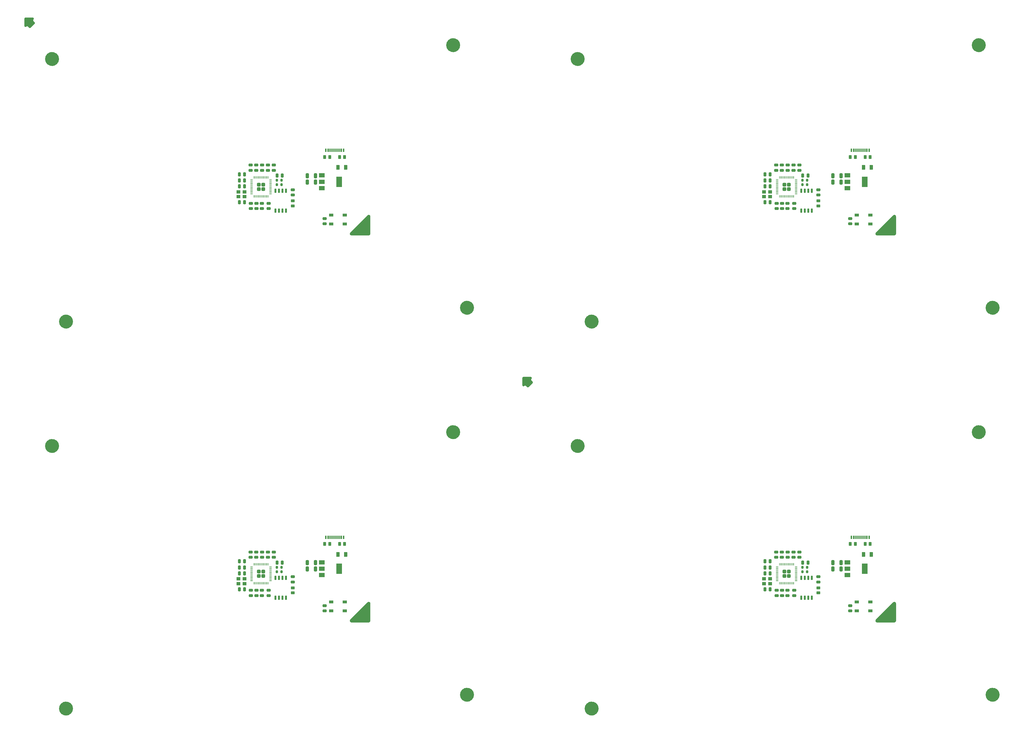
<source format=gbr>
%TF.GenerationSoftware,KiCad,Pcbnew,(6.0.11)*%
%TF.CreationDate,2023-02-15T16:44:03+11:00*%
%TF.ProjectId,stencil_panel,7374656e-6369-46c5-9f70-616e656c2e6b,4.0.0 (Rev A)*%
%TF.SameCoordinates,Original*%
%TF.FileFunction,Paste,Bot*%
%TF.FilePolarity,Positive*%
%FSLAX46Y46*%
G04 Gerber Fmt 4.6, Leading zero omitted, Abs format (unit mm)*
G04 Created by KiCad (PCBNEW (6.0.11)) date 2023-02-15 16:44:03*
%MOMM*%
%LPD*%
G01*
G04 APERTURE LIST*
G04 Aperture macros list*
%AMRoundRect*
0 Rectangle with rounded corners*
0 $1 Rounding radius*
0 $2 $3 $4 $5 $6 $7 $8 $9 X,Y pos of 4 corners*
0 Add a 4 corners polygon primitive as box body*
4,1,4,$2,$3,$4,$5,$6,$7,$8,$9,$2,$3,0*
0 Add four circle primitives for the rounded corners*
1,1,$1+$1,$2,$3*
1,1,$1+$1,$4,$5*
1,1,$1+$1,$6,$7*
1,1,$1+$1,$8,$9*
0 Add four rect primitives between the rounded corners*
20,1,$1+$1,$2,$3,$4,$5,0*
20,1,$1+$1,$4,$5,$6,$7,0*
20,1,$1+$1,$6,$7,$8,$9,0*
20,1,$1+$1,$8,$9,$2,$3,0*%
G04 Aperture macros list end*
%ADD10C,0.200000*%
%ADD11C,0.000000*%
%ADD12C,2.525000*%
%ADD13RoundRect,0.200000X0.200000X0.275000X-0.200000X0.275000X-0.200000X-0.275000X0.200000X-0.275000X0*%
%ADD14RoundRect,0.250000X0.250000X0.475000X-0.250000X0.475000X-0.250000X-0.475000X0.250000X-0.475000X0*%
%ADD15RoundRect,0.250000X0.325000X0.650000X-0.325000X0.650000X-0.325000X-0.650000X0.325000X-0.650000X0*%
%ADD16R,2.000000X1.500000*%
%ADD17R,2.000000X3.800000*%
%ADD18RoundRect,0.250000X0.262500X0.450000X-0.262500X0.450000X-0.262500X-0.450000X0.262500X-0.450000X0*%
%ADD19RoundRect,0.250000X-0.250000X-0.475000X0.250000X-0.475000X0.250000X0.475000X-0.250000X0.475000X0*%
%ADD20RoundRect,0.250000X-0.475000X0.250000X-0.475000X-0.250000X0.475000X-0.250000X0.475000X0.250000X0*%
%ADD21RoundRect,0.250000X0.475000X-0.250000X0.475000X0.250000X-0.475000X0.250000X-0.475000X-0.250000X0*%
%ADD22RoundRect,0.250000X-0.262500X-0.450000X0.262500X-0.450000X0.262500X0.450000X-0.262500X0.450000X0*%
%ADD23RoundRect,0.250000X0.450000X-0.262500X0.450000X0.262500X-0.450000X0.262500X-0.450000X-0.262500X0*%
%ADD24R,0.600000X1.160000*%
%ADD25R,0.300000X1.160000*%
%ADD26RoundRect,0.250000X0.375000X0.625000X-0.375000X0.625000X-0.375000X-0.625000X0.375000X-0.625000X0*%
%ADD27RoundRect,0.150000X0.150000X-0.650000X0.150000X0.650000X-0.150000X0.650000X-0.150000X-0.650000X0*%
%ADD28R,1.500000X1.000000*%
%ADD29R,1.400000X1.200000*%
%ADD30RoundRect,0.249999X0.395001X-0.395001X0.395001X0.395001X-0.395001X0.395001X-0.395001X-0.395001X0*%
%ADD31RoundRect,0.050000X0.050000X-0.387500X0.050000X0.387500X-0.050000X0.387500X-0.050000X-0.387500X0*%
%ADD32RoundRect,0.050000X0.387500X-0.050000X0.387500X0.050000X-0.387500X0.050000X-0.387500X-0.050000X0*%
G04 APERTURE END LIST*
D10*
G36*
X134146447Y-221603553D02*
G01*
X134146447Y-221603553D01*
G75*
G02*
X135000000Y-221957107I353553J-353547D01*
G01*
X135000000Y-228250000D01*
G75*
G02*
X134500000Y-228750000I-500000J0D01*
G01*
X128207107Y-228750000D01*
G75*
G02*
X127853554Y-227896446I-7J500000D01*
G01*
X134146447Y-221603553D01*
G37*
X134146447Y-221603553D02*
X134146447Y-221603553D01*
G75*
G02*
X135000000Y-221957107I353553J-353547D01*
G01*
X135000000Y-228250000D01*
G75*
G02*
X134500000Y-228750000I-500000J0D01*
G01*
X128207107Y-228750000D01*
G75*
G02*
X127853554Y-227896446I-7J500000D01*
G01*
X134146447Y-221603553D01*
G36*
X324146447Y-221603553D02*
G01*
X324146447Y-221603553D01*
G75*
G02*
X325000000Y-221957107I353553J-353547D01*
G01*
X325000000Y-228250000D01*
G75*
G02*
X324500000Y-228750000I-500000J0D01*
G01*
X318207107Y-228750000D01*
G75*
G02*
X317853554Y-227896446I-7J500000D01*
G01*
X324146447Y-221603553D01*
G37*
X324146447Y-221603553D02*
X324146447Y-221603553D01*
G75*
G02*
X325000000Y-221957107I353553J-353547D01*
G01*
X325000000Y-228250000D01*
G75*
G02*
X324500000Y-228750000I-500000J0D01*
G01*
X318207107Y-228750000D01*
G75*
G02*
X317853554Y-227896446I-7J500000D01*
G01*
X324146447Y-221603553D01*
G36*
X134146447Y-81603553D02*
G01*
X134146447Y-81603553D01*
G75*
G02*
X135000000Y-81957107I353553J-353547D01*
G01*
X135000000Y-88250000D01*
G75*
G02*
X134500000Y-88750000I-500000J0D01*
G01*
X128207107Y-88750000D01*
G75*
G02*
X127853554Y-87896446I-7J500000D01*
G01*
X134146447Y-81603553D01*
G37*
X134146447Y-81603553D02*
X134146447Y-81603553D01*
G75*
G02*
X135000000Y-81957107I353553J-353547D01*
G01*
X135000000Y-88250000D01*
G75*
G02*
X134500000Y-88750000I-500000J0D01*
G01*
X128207107Y-88750000D01*
G75*
G02*
X127853554Y-87896446I-7J500000D01*
G01*
X134146447Y-81603553D01*
G36*
X324146447Y-81603553D02*
G01*
X324146447Y-81603553D01*
G75*
G02*
X325000000Y-81957107I353553J-353547D01*
G01*
X325000000Y-88250000D01*
G75*
G02*
X324500000Y-88750000I-500000J0D01*
G01*
X318207107Y-88750000D01*
G75*
G02*
X317853554Y-87896446I-7J500000D01*
G01*
X324146447Y-81603553D01*
G37*
X324146447Y-81603553D02*
X324146447Y-81603553D01*
G75*
G02*
X325000000Y-81957107I353553J-353547D01*
G01*
X325000000Y-88250000D01*
G75*
G02*
X324500000Y-88750000I-500000J0D01*
G01*
X318207107Y-88750000D01*
G75*
G02*
X317853554Y-87896446I-7J500000D01*
G01*
X324146447Y-81603553D01*
D11*
G36*
X193034315Y-140000000D02*
G01*
X193034315Y-140000000D01*
G75*
G02*
X193317157Y-140682843I-15J-400000D01*
G01*
X193282842Y-140717158D01*
G75*
G03*
X193282843Y-141282843I282858J-282842D01*
G01*
X193717158Y-141717158D01*
G75*
G02*
X193717157Y-142282843I-282858J-282842D01*
G01*
X192282842Y-143717158D01*
G75*
G02*
X191717157Y-143717157I-282842J282858D01*
G01*
X191282842Y-143282842D01*
G75*
G03*
X190717157Y-143282843I-282842J-282858D01*
G01*
X190682842Y-143317158D01*
G75*
G02*
X190000000Y-143034315I-282842J282858D01*
G01*
X190000000Y-140400000D01*
G75*
G02*
X190400000Y-140000000I400000J0D01*
G01*
X193034315Y-140000000D01*
G37*
D12*
X211262500Y-165000000D02*
G75*
G03*
X211262500Y-165000000I-1262500J0D01*
G01*
X166262500Y-160000000D02*
G75*
G03*
X166262500Y-160000000I-1262500J0D01*
G01*
X216312500Y-260000000D02*
G75*
G03*
X216312500Y-260000000I-1262500J0D01*
G01*
X21262500Y-25000000D02*
G75*
G03*
X21262500Y-25000000I-1262500J0D01*
G01*
X361262500Y-255000000D02*
G75*
G03*
X361262500Y-255000000I-1262500J0D01*
G01*
X211262500Y-25000000D02*
G75*
G03*
X211262500Y-25000000I-1262500J0D01*
G01*
X216312500Y-120000000D02*
G75*
G03*
X216312500Y-120000000I-1262500J0D01*
G01*
X21262500Y-165000000D02*
G75*
G03*
X21262500Y-165000000I-1262500J0D01*
G01*
D11*
G36*
X13034315Y-10000000D02*
G01*
X13034315Y-10000000D01*
G75*
G02*
X13317157Y-10682843I-15J-400000D01*
G01*
X13282842Y-10717158D01*
G75*
G03*
X13282843Y-11282843I282858J-282842D01*
G01*
X13717158Y-11717158D01*
G75*
G02*
X13717157Y-12282843I-282858J-282842D01*
G01*
X12282842Y-13717158D01*
G75*
G02*
X11717157Y-13717157I-282842J282858D01*
G01*
X11282842Y-13282842D01*
G75*
G03*
X10717157Y-13282843I-282842J-282858D01*
G01*
X10682842Y-13317158D01*
G75*
G02*
X10000000Y-13034315I-282842J282858D01*
G01*
X10000000Y-10400000D01*
G75*
G02*
X10400000Y-10000000I400000J0D01*
G01*
X13034315Y-10000000D01*
G37*
D12*
X356262500Y-20000000D02*
G75*
G03*
X356262500Y-20000000I-1262500J0D01*
G01*
X361262500Y-115000000D02*
G75*
G03*
X361262500Y-115000000I-1262500J0D01*
G01*
X356262500Y-160000000D02*
G75*
G03*
X356262500Y-160000000I-1262500J0D01*
G01*
X171262500Y-115000000D02*
G75*
G03*
X171262500Y-115000000I-1262500J0D01*
G01*
X171262500Y-255000000D02*
G75*
G03*
X171262500Y-255000000I-1262500J0D01*
G01*
X166262500Y-20000000D02*
G75*
G03*
X166262500Y-20000000I-1262500J0D01*
G01*
X26312500Y-260000000D02*
G75*
G03*
X26312500Y-260000000I-1262500J0D01*
G01*
X26312500Y-120000000D02*
G75*
G03*
X26312500Y-120000000I-1262500J0D01*
G01*
D13*
%TO.C,R3*%
X102916206Y-70491206D03*
X101266206Y-70491206D03*
%TD*%
D14*
%TO.C,C28*%
X279598804Y-68980900D03*
X277698804Y-68980900D03*
%TD*%
%TO.C,C35*%
X279598804Y-66718158D03*
X277698804Y-66718158D03*
%TD*%
D15*
%TO.C,C38*%
X115191206Y-207216206D03*
X112241206Y-207216206D03*
%TD*%
D14*
%TO.C,C23*%
X279591206Y-76841206D03*
X277691206Y-76841206D03*
%TD*%
D15*
%TO.C,C21*%
X305191206Y-69516206D03*
X302241206Y-69516206D03*
%TD*%
D16*
%TO.C,U7*%
X117516206Y-211716206D03*
D17*
X123816206Y-209416206D03*
D16*
X117516206Y-209416206D03*
X117516206Y-207116206D03*
%TD*%
D18*
%TO.C,R19*%
X310378706Y-200441206D03*
X308553706Y-200441206D03*
%TD*%
D19*
%TO.C,C45*%
X101351209Y-207173373D03*
X103251209Y-207173373D03*
%TD*%
D20*
%TO.C,C36*%
X285861293Y-77223288D03*
X285861293Y-79123288D03*
%TD*%
%TO.C,C67*%
X288301209Y-217220891D03*
X288301209Y-219120891D03*
%TD*%
D13*
%TO.C,R12*%
X102916206Y-208891206D03*
X101266206Y-208891206D03*
%TD*%
D21*
%TO.C,C47*%
X93841206Y-205291206D03*
X93841206Y-203391206D03*
%TD*%
D20*
%TO.C,C49*%
X98301209Y-217220891D03*
X98301209Y-219120891D03*
%TD*%
D16*
%TO.C,U1*%
X117516206Y-71716206D03*
D17*
X123816206Y-69416206D03*
D16*
X117516206Y-69416206D03*
X117516206Y-67116206D03*
%TD*%
D14*
%TO.C,C42*%
X89591206Y-211081206D03*
X87691206Y-211081206D03*
%TD*%
%TO.C,C24*%
X279591206Y-71081206D03*
X277691206Y-71081206D03*
%TD*%
D21*
%TO.C,C61*%
X297041206Y-214191206D03*
X297041206Y-212291206D03*
%TD*%
D16*
%TO.C,U10*%
X307516206Y-211716206D03*
D17*
X313816206Y-209416206D03*
D16*
X307516206Y-209416206D03*
X307516206Y-207116206D03*
%TD*%
D20*
%TO.C,C68*%
X283881394Y-217223288D03*
X283881394Y-219123288D03*
%TD*%
D22*
%TO.C,R4*%
X313918706Y-60441206D03*
X315743706Y-60441206D03*
%TD*%
D23*
%TO.C,R20*%
X297041206Y-218153706D03*
X297041206Y-216328706D03*
%TD*%
D24*
%TO.C,J7*%
X308966206Y-198051206D03*
X309766206Y-198051206D03*
D25*
X310916206Y-198051206D03*
X311916206Y-198051206D03*
X312416206Y-198051206D03*
X313416206Y-198051206D03*
D24*
X314566206Y-198051206D03*
X315366206Y-198051206D03*
X315366206Y-198051206D03*
X314566206Y-198051206D03*
D25*
X313916206Y-198051206D03*
X312916206Y-198051206D03*
X311416206Y-198051206D03*
X310416206Y-198051206D03*
D24*
X309766206Y-198051206D03*
X308966206Y-198051206D03*
%TD*%
D23*
%TO.C,R10*%
X297041206Y-78153706D03*
X297041206Y-76328706D03*
%TD*%
D13*
%TO.C,R2*%
X102916206Y-68891206D03*
X101266206Y-68891206D03*
%TD*%
%TO.C,R18*%
X292916206Y-210491206D03*
X291266206Y-210491206D03*
%TD*%
D26*
%TO.C,F2*%
X316141206Y-64216206D03*
X313341206Y-64216206D03*
%TD*%
D24*
%TO.C,J2*%
X308966206Y-58051206D03*
X309766206Y-58051206D03*
D25*
X310916206Y-58051206D03*
X311916206Y-58051206D03*
X312416206Y-58051206D03*
X313416206Y-58051206D03*
D24*
X314566206Y-58051206D03*
X315366206Y-58051206D03*
X315366206Y-58051206D03*
X314566206Y-58051206D03*
D25*
X313916206Y-58051206D03*
X312916206Y-58051206D03*
X311416206Y-58051206D03*
X310416206Y-58051206D03*
D24*
X309766206Y-58051206D03*
X308966206Y-58051206D03*
%TD*%
D15*
%TO.C,C57*%
X305191206Y-209516206D03*
X302241206Y-209516206D03*
%TD*%
D21*
%TO.C,C7*%
X107041206Y-74191206D03*
X107041206Y-72291206D03*
%TD*%
D20*
%TO.C,C34*%
X281901495Y-77223288D03*
X281901495Y-79123288D03*
%TD*%
D27*
%TO.C,U5*%
X294606207Y-79873373D03*
X293336207Y-79873373D03*
X292066207Y-79873373D03*
X290796207Y-79873373D03*
X290796207Y-72673373D03*
X292066207Y-72673373D03*
X293336207Y-72673373D03*
X294606207Y-72673373D03*
%TD*%
D20*
%TO.C,C50*%
X93881394Y-217223288D03*
X93881394Y-219123288D03*
%TD*%
D22*
%TO.C,R11*%
X123918706Y-200441206D03*
X125743706Y-200441206D03*
%TD*%
D27*
%TO.C,U3*%
X104606207Y-79873373D03*
X103336207Y-79873373D03*
X102066207Y-79873373D03*
X100796207Y-79873373D03*
X100796207Y-72673373D03*
X102066207Y-72673373D03*
X103336207Y-72673373D03*
X104606207Y-72673373D03*
%TD*%
D20*
%TO.C,C14*%
X93881394Y-77223288D03*
X93881394Y-79123288D03*
%TD*%
%TO.C,C18*%
X95861293Y-77223288D03*
X95861293Y-79123288D03*
%TD*%
D28*
%TO.C,LED1*%
X120916206Y-84666206D03*
X120916206Y-81466206D03*
X125816206Y-81466206D03*
X125816206Y-84666206D03*
%TD*%
D21*
%TO.C,C11*%
X93841206Y-65291206D03*
X93841206Y-63391206D03*
%TD*%
%TO.C,C58*%
X288041206Y-205291206D03*
X288041206Y-203391206D03*
%TD*%
D20*
%TO.C,C54*%
X95861293Y-217223288D03*
X95861293Y-219123288D03*
%TD*%
D21*
%TO.C,C62*%
X290141206Y-205291206D03*
X290141206Y-203391206D03*
%TD*%
%TO.C,C15*%
X91741206Y-65291206D03*
X91741206Y-63391206D03*
%TD*%
D14*
%TO.C,C6*%
X89591206Y-71081206D03*
X87691206Y-71081206D03*
%TD*%
D28*
%TO.C,LED2*%
X310916206Y-84666206D03*
X310916206Y-81466206D03*
X315816206Y-81466206D03*
X315816206Y-84666206D03*
%TD*%
D13*
%TO.C,R7*%
X292916206Y-68891206D03*
X291266206Y-68891206D03*
%TD*%
D29*
%TO.C,Y4*%
X279607383Y-214780647D03*
X277407383Y-214780647D03*
X277407383Y-213080647D03*
X279607383Y-213080647D03*
%TD*%
D28*
%TO.C,LED3*%
X120916206Y-224666206D03*
X120916206Y-221466206D03*
X125816206Y-221466206D03*
X125816206Y-224666206D03*
%TD*%
D22*
%TO.C,R16*%
X313918706Y-200441206D03*
X315743706Y-200441206D03*
%TD*%
D14*
%TO.C,C64*%
X279598804Y-208980900D03*
X277698804Y-208980900D03*
%TD*%
D28*
%TO.C,LED4*%
X310916206Y-224666206D03*
X310916206Y-221466206D03*
X315816206Y-221466206D03*
X315816206Y-224666206D03*
%TD*%
D29*
%TO.C,Y1*%
X89607383Y-74780647D03*
X87407383Y-74780647D03*
X87407383Y-73080647D03*
X89607383Y-73080647D03*
%TD*%
D14*
%TO.C,C5*%
X89591206Y-76841206D03*
X87691206Y-76841206D03*
%TD*%
D21*
%TO.C,C33*%
X281741206Y-65291206D03*
X281741206Y-63391206D03*
%TD*%
D29*
%TO.C,Y3*%
X89607383Y-214780647D03*
X87407383Y-214780647D03*
X87407383Y-213080647D03*
X89607383Y-213080647D03*
%TD*%
D19*
%TO.C,C63*%
X291351209Y-207173373D03*
X293251209Y-207173373D03*
%TD*%
D15*
%TO.C,C20*%
X305191206Y-67216206D03*
X302241206Y-67216206D03*
%TD*%
D20*
%TO.C,C52*%
X91901495Y-217223288D03*
X91901495Y-219123288D03*
%TD*%
D19*
%TO.C,C9*%
X101351209Y-67173373D03*
X103251209Y-67173373D03*
%TD*%
D30*
%TO.C,U6*%
X284741206Y-70441206D03*
X286341206Y-70441206D03*
X286341206Y-72041206D03*
X284741206Y-72041206D03*
D31*
X288141206Y-74678706D03*
X287741206Y-74678706D03*
X287341206Y-74678706D03*
X286941206Y-74678706D03*
X286541206Y-74678706D03*
X286141206Y-74678706D03*
X285741206Y-74678706D03*
X285341206Y-74678706D03*
X284941206Y-74678706D03*
X284541206Y-74678706D03*
X284141206Y-74678706D03*
X283741206Y-74678706D03*
X283341206Y-74678706D03*
X282941206Y-74678706D03*
D32*
X282103706Y-73841206D03*
X282103706Y-73441206D03*
X282103706Y-73041206D03*
X282103706Y-72641206D03*
X282103706Y-72241206D03*
X282103706Y-71841206D03*
X282103706Y-71441206D03*
X282103706Y-71041206D03*
X282103706Y-70641206D03*
X282103706Y-70241206D03*
X282103706Y-69841206D03*
X282103706Y-69441206D03*
X282103706Y-69041206D03*
X282103706Y-68641206D03*
D31*
X282941206Y-67803706D03*
X283341206Y-67803706D03*
X283741206Y-67803706D03*
X284141206Y-67803706D03*
X284541206Y-67803706D03*
X284941206Y-67803706D03*
X285341206Y-67803706D03*
X285741206Y-67803706D03*
X286141206Y-67803706D03*
X286541206Y-67803706D03*
X286941206Y-67803706D03*
X287341206Y-67803706D03*
X287741206Y-67803706D03*
X288141206Y-67803706D03*
D32*
X288978706Y-68641206D03*
X288978706Y-69041206D03*
X288978706Y-69441206D03*
X288978706Y-69841206D03*
X288978706Y-70241206D03*
X288978706Y-70641206D03*
X288978706Y-71041206D03*
X288978706Y-71441206D03*
X288978706Y-71841206D03*
X288978706Y-72241206D03*
X288978706Y-72641206D03*
X288978706Y-73041206D03*
X288978706Y-73441206D03*
X288978706Y-73841206D03*
%TD*%
D21*
%TO.C,C29*%
X283841206Y-65291206D03*
X283841206Y-63391206D03*
%TD*%
D15*
%TO.C,C56*%
X305191206Y-207216206D03*
X302241206Y-207216206D03*
%TD*%
D14*
%TO.C,C46*%
X89598804Y-208980900D03*
X87698804Y-208980900D03*
%TD*%
D23*
%TO.C,R6*%
X107041206Y-78153706D03*
X107041206Y-76328706D03*
%TD*%
D21*
%TO.C,C48*%
X95941206Y-205291206D03*
X95941206Y-203391206D03*
%TD*%
D30*
%TO.C,U9*%
X96341206Y-212041206D03*
X94741206Y-210441206D03*
X94741206Y-212041206D03*
X96341206Y-210441206D03*
D31*
X98141206Y-214678706D03*
X97741206Y-214678706D03*
X97341206Y-214678706D03*
X96941206Y-214678706D03*
X96541206Y-214678706D03*
X96141206Y-214678706D03*
X95741206Y-214678706D03*
X95341206Y-214678706D03*
X94941206Y-214678706D03*
X94541206Y-214678706D03*
X94141206Y-214678706D03*
X93741206Y-214678706D03*
X93341206Y-214678706D03*
X92941206Y-214678706D03*
D32*
X92103706Y-213841206D03*
X92103706Y-213441206D03*
X92103706Y-213041206D03*
X92103706Y-212641206D03*
X92103706Y-212241206D03*
X92103706Y-211841206D03*
X92103706Y-211441206D03*
X92103706Y-211041206D03*
X92103706Y-210641206D03*
X92103706Y-210241206D03*
X92103706Y-209841206D03*
X92103706Y-209441206D03*
X92103706Y-209041206D03*
X92103706Y-208641206D03*
D31*
X92941206Y-207803706D03*
X93341206Y-207803706D03*
X93741206Y-207803706D03*
X94141206Y-207803706D03*
X94541206Y-207803706D03*
X94941206Y-207803706D03*
X95341206Y-207803706D03*
X95741206Y-207803706D03*
X96141206Y-207803706D03*
X96541206Y-207803706D03*
X96941206Y-207803706D03*
X97341206Y-207803706D03*
X97741206Y-207803706D03*
X98141206Y-207803706D03*
D32*
X98978706Y-208641206D03*
X98978706Y-209041206D03*
X98978706Y-209441206D03*
X98978706Y-209841206D03*
X98978706Y-210241206D03*
X98978706Y-210641206D03*
X98978706Y-211041206D03*
X98978706Y-211441206D03*
X98978706Y-211841206D03*
X98978706Y-212241206D03*
X98978706Y-212641206D03*
X98978706Y-213041206D03*
X98978706Y-213441206D03*
X98978706Y-213841206D03*
%TD*%
D14*
%TO.C,C59*%
X279591206Y-216841206D03*
X277691206Y-216841206D03*
%TD*%
D20*
%TO.C,C31*%
X288301209Y-77220891D03*
X288301209Y-79120891D03*
%TD*%
D15*
%TO.C,C3*%
X115191206Y-69516206D03*
X112241206Y-69516206D03*
%TD*%
D21*
%TO.C,C65*%
X283841206Y-205291206D03*
X283841206Y-203391206D03*
%TD*%
D14*
%TO.C,C53*%
X89598804Y-206718158D03*
X87698804Y-206718158D03*
%TD*%
D15*
%TO.C,C2*%
X115191206Y-67216206D03*
X112241206Y-67216206D03*
%TD*%
D21*
%TO.C,C51*%
X91741206Y-205291206D03*
X91741206Y-203391206D03*
%TD*%
%TO.C,C26*%
X290141206Y-65291206D03*
X290141206Y-63391206D03*
%TD*%
D14*
%TO.C,C41*%
X89591206Y-216841206D03*
X87691206Y-216841206D03*
%TD*%
D21*
%TO.C,C69*%
X281741206Y-205291206D03*
X281741206Y-203391206D03*
%TD*%
D27*
%TO.C,U8*%
X104606207Y-219873373D03*
X103336207Y-219873373D03*
X102066207Y-219873373D03*
X100796207Y-219873373D03*
X100796207Y-212673373D03*
X102066207Y-212673373D03*
X103336207Y-212673373D03*
X104606207Y-212673373D03*
%TD*%
D21*
%TO.C,C43*%
X107041206Y-214191206D03*
X107041206Y-212291206D03*
%TD*%
%TO.C,C44*%
X100141206Y-205291206D03*
X100141206Y-203391206D03*
%TD*%
D13*
%TO.C,R17*%
X292916206Y-208891206D03*
X291266206Y-208891206D03*
%TD*%
D18*
%TO.C,R14*%
X120378706Y-200441206D03*
X118553706Y-200441206D03*
%TD*%
D20*
%TO.C,C70*%
X281901495Y-217223288D03*
X281901495Y-219123288D03*
%TD*%
D15*
%TO.C,C39*%
X115191206Y-209516206D03*
X112241206Y-209516206D03*
%TD*%
D18*
%TO.C,R9*%
X310378706Y-60441206D03*
X308553706Y-60441206D03*
%TD*%
%TO.C,R5*%
X120378706Y-60441206D03*
X118553706Y-60441206D03*
%TD*%
D21*
%TO.C,C40*%
X98041206Y-205291206D03*
X98041206Y-203391206D03*
%TD*%
D16*
%TO.C,U2*%
X307516206Y-71716206D03*
X307516206Y-69416206D03*
D17*
X313816206Y-69416206D03*
D16*
X307516206Y-67116206D03*
%TD*%
D14*
%TO.C,C17*%
X89598804Y-66718158D03*
X87698804Y-66718158D03*
%TD*%
D13*
%TO.C,R8*%
X292916206Y-70491206D03*
X291266206Y-70491206D03*
%TD*%
D21*
%TO.C,C19*%
X308531206Y-84641206D03*
X308531206Y-82741206D03*
%TD*%
D13*
%TO.C,R13*%
X102916206Y-210491206D03*
X101266206Y-210491206D03*
%TD*%
D21*
%TO.C,C1*%
X118531206Y-84641206D03*
X118531206Y-82741206D03*
%TD*%
D14*
%TO.C,C71*%
X279598804Y-206718158D03*
X277698804Y-206718158D03*
%TD*%
D21*
%TO.C,C25*%
X297041206Y-74191206D03*
X297041206Y-72291206D03*
%TD*%
D30*
%TO.C,U12*%
X284741206Y-210441206D03*
X286341206Y-210441206D03*
X286341206Y-212041206D03*
X284741206Y-212041206D03*
D31*
X288141206Y-214678706D03*
X287741206Y-214678706D03*
X287341206Y-214678706D03*
X286941206Y-214678706D03*
X286541206Y-214678706D03*
X286141206Y-214678706D03*
X285741206Y-214678706D03*
X285341206Y-214678706D03*
X284941206Y-214678706D03*
X284541206Y-214678706D03*
X284141206Y-214678706D03*
X283741206Y-214678706D03*
X283341206Y-214678706D03*
X282941206Y-214678706D03*
D32*
X282103706Y-213841206D03*
X282103706Y-213441206D03*
X282103706Y-213041206D03*
X282103706Y-212641206D03*
X282103706Y-212241206D03*
X282103706Y-211841206D03*
X282103706Y-211441206D03*
X282103706Y-211041206D03*
X282103706Y-210641206D03*
X282103706Y-210241206D03*
X282103706Y-209841206D03*
X282103706Y-209441206D03*
X282103706Y-209041206D03*
X282103706Y-208641206D03*
D31*
X282941206Y-207803706D03*
X283341206Y-207803706D03*
X283741206Y-207803706D03*
X284141206Y-207803706D03*
X284541206Y-207803706D03*
X284941206Y-207803706D03*
X285341206Y-207803706D03*
X285741206Y-207803706D03*
X286141206Y-207803706D03*
X286541206Y-207803706D03*
X286941206Y-207803706D03*
X287341206Y-207803706D03*
X287741206Y-207803706D03*
X288141206Y-207803706D03*
D32*
X288978706Y-208641206D03*
X288978706Y-209041206D03*
X288978706Y-209441206D03*
X288978706Y-209841206D03*
X288978706Y-210241206D03*
X288978706Y-210641206D03*
X288978706Y-211041206D03*
X288978706Y-211441206D03*
X288978706Y-211841206D03*
X288978706Y-212241206D03*
X288978706Y-212641206D03*
X288978706Y-213041206D03*
X288978706Y-213441206D03*
X288978706Y-213841206D03*
%TD*%
D21*
%TO.C,C30*%
X285941206Y-65291206D03*
X285941206Y-63391206D03*
%TD*%
%TO.C,C22*%
X288041206Y-65291206D03*
X288041206Y-63391206D03*
%TD*%
D14*
%TO.C,C60*%
X279591206Y-211081206D03*
X277691206Y-211081206D03*
%TD*%
%TO.C,C10*%
X89598804Y-68980900D03*
X87698804Y-68980900D03*
%TD*%
D30*
%TO.C,U4*%
X96341206Y-72041206D03*
X94741206Y-70441206D03*
X94741206Y-72041206D03*
X96341206Y-70441206D03*
D31*
X98141206Y-74678706D03*
X97741206Y-74678706D03*
X97341206Y-74678706D03*
X96941206Y-74678706D03*
X96541206Y-74678706D03*
X96141206Y-74678706D03*
X95741206Y-74678706D03*
X95341206Y-74678706D03*
X94941206Y-74678706D03*
X94541206Y-74678706D03*
X94141206Y-74678706D03*
X93741206Y-74678706D03*
X93341206Y-74678706D03*
X92941206Y-74678706D03*
D32*
X92103706Y-73841206D03*
X92103706Y-73441206D03*
X92103706Y-73041206D03*
X92103706Y-72641206D03*
X92103706Y-72241206D03*
X92103706Y-71841206D03*
X92103706Y-71441206D03*
X92103706Y-71041206D03*
X92103706Y-70641206D03*
X92103706Y-70241206D03*
X92103706Y-69841206D03*
X92103706Y-69441206D03*
X92103706Y-69041206D03*
X92103706Y-68641206D03*
D31*
X92941206Y-67803706D03*
X93341206Y-67803706D03*
X93741206Y-67803706D03*
X94141206Y-67803706D03*
X94541206Y-67803706D03*
X94941206Y-67803706D03*
X95341206Y-67803706D03*
X95741206Y-67803706D03*
X96141206Y-67803706D03*
X96541206Y-67803706D03*
X96941206Y-67803706D03*
X97341206Y-67803706D03*
X97741206Y-67803706D03*
X98141206Y-67803706D03*
D32*
X98978706Y-68641206D03*
X98978706Y-69041206D03*
X98978706Y-69441206D03*
X98978706Y-69841206D03*
X98978706Y-70241206D03*
X98978706Y-70641206D03*
X98978706Y-71041206D03*
X98978706Y-71441206D03*
X98978706Y-71841206D03*
X98978706Y-72241206D03*
X98978706Y-72641206D03*
X98978706Y-73041206D03*
X98978706Y-73441206D03*
X98978706Y-73841206D03*
%TD*%
D21*
%TO.C,C37*%
X118531206Y-224641206D03*
X118531206Y-222741206D03*
%TD*%
D24*
%TO.C,J1*%
X118966206Y-58051206D03*
X119766206Y-58051206D03*
D25*
X120916206Y-58051206D03*
X121916206Y-58051206D03*
X122416206Y-58051206D03*
X123416206Y-58051206D03*
D24*
X124566206Y-58051206D03*
X125366206Y-58051206D03*
X125366206Y-58051206D03*
X124566206Y-58051206D03*
D25*
X123916206Y-58051206D03*
X122916206Y-58051206D03*
X121416206Y-58051206D03*
X120416206Y-58051206D03*
D24*
X119766206Y-58051206D03*
X118966206Y-58051206D03*
%TD*%
D20*
%TO.C,C32*%
X283881394Y-77223288D03*
X283881394Y-79123288D03*
%TD*%
D26*
%TO.C,F1*%
X126141206Y-64216206D03*
X123341206Y-64216206D03*
%TD*%
%TO.C,F3*%
X126141206Y-204216206D03*
X123341206Y-204216206D03*
%TD*%
D27*
%TO.C,U11*%
X294606207Y-219873373D03*
X293336207Y-219873373D03*
X292066207Y-219873373D03*
X290796207Y-219873373D03*
X290796207Y-212673373D03*
X292066207Y-212673373D03*
X293336207Y-212673373D03*
X294606207Y-212673373D03*
%TD*%
D22*
%TO.C,R1*%
X123918706Y-60441206D03*
X125743706Y-60441206D03*
%TD*%
D19*
%TO.C,C27*%
X291351209Y-67173373D03*
X293251209Y-67173373D03*
%TD*%
D20*
%TO.C,C72*%
X285861293Y-217223288D03*
X285861293Y-219123288D03*
%TD*%
D29*
%TO.C,Y2*%
X279607383Y-74780647D03*
X277407383Y-74780647D03*
X277407383Y-73080647D03*
X279607383Y-73080647D03*
%TD*%
D21*
%TO.C,C12*%
X95941206Y-65291206D03*
X95941206Y-63391206D03*
%TD*%
D23*
%TO.C,R15*%
X107041206Y-218153706D03*
X107041206Y-216328706D03*
%TD*%
D21*
%TO.C,C66*%
X285941206Y-205291206D03*
X285941206Y-203391206D03*
%TD*%
%TO.C,C55*%
X308531206Y-224641206D03*
X308531206Y-222741206D03*
%TD*%
D20*
%TO.C,C13*%
X98301209Y-77220891D03*
X98301209Y-79120891D03*
%TD*%
%TO.C,C16*%
X91901495Y-77223288D03*
X91901495Y-79123288D03*
%TD*%
D26*
%TO.C,F4*%
X316141206Y-204216206D03*
X313341206Y-204216206D03*
%TD*%
D21*
%TO.C,C4*%
X98041206Y-65291206D03*
X98041206Y-63391206D03*
%TD*%
D24*
%TO.C,J5*%
X118966206Y-198051206D03*
X119766206Y-198051206D03*
D25*
X120916206Y-198051206D03*
X121916206Y-198051206D03*
X122416206Y-198051206D03*
X123416206Y-198051206D03*
D24*
X124566206Y-198051206D03*
X125366206Y-198051206D03*
X125366206Y-198051206D03*
X124566206Y-198051206D03*
D25*
X123916206Y-198051206D03*
X122916206Y-198051206D03*
X121416206Y-198051206D03*
X120416206Y-198051206D03*
D24*
X119766206Y-198051206D03*
X118966206Y-198051206D03*
%TD*%
D21*
%TO.C,C8*%
X100141206Y-65291206D03*
X100141206Y-63391206D03*
%TD*%
M02*

</source>
